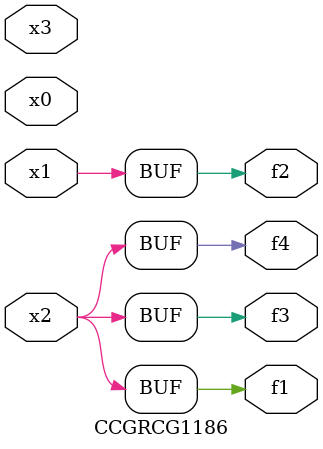
<source format=v>
module CCGRCG1186(
	input x0, x1, x2, x3,
	output f1, f2, f3, f4
);
	assign f1 = x2;
	assign f2 = x1;
	assign f3 = x2;
	assign f4 = x2;
endmodule

</source>
